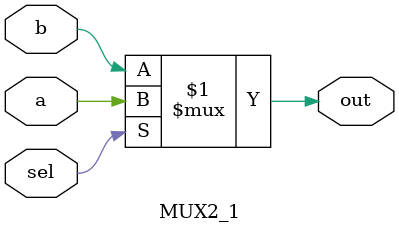
<source format=v>
module MUX2_1(sel, a, b, out);

  input sel;
  input a, b;
  
  output out;
  
  assign out = sel ? a : b;

endmodule
</source>
